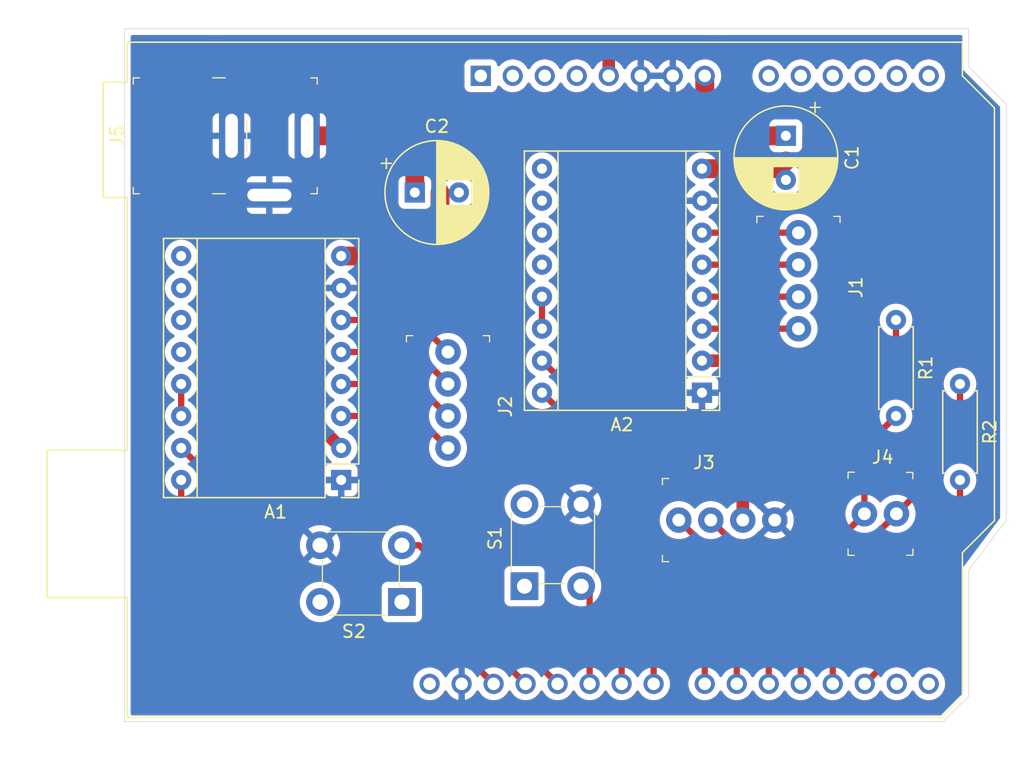
<source format=kicad_pcb>
(kicad_pcb (version 20240108) (generator "pcbnew") (generator_version "8.0")
  (title_block (title "FARESHARE") (date "2024-05-07") (rev "V 1.0") (company "Sussex University") (comment 1 "creativecommons.org/licenses/by/4.0/") (comment 2 "License: CC BY 4.0") (comment 3 "Author: Solomon Gitau"))
  (layers (0 "F.Cu" signal) (31 "B.Cu" signal) (34 "B.Paste" user) (35 "F.Paste" user) (36 "B.SilkS" user "B.Silkscreen") (37 "F.SilkS" user "F.Silkscreen") (38 "B.Mask" user) (39 "F.Mask" user) (44 "Edge.Cuts" user))
  (net 0 "")
  (net 1 "Net-(A1-~{RESET})")
  (net 2 "Net-(A1-2A)")
  (net 3 "GND")
  (net 4 "Net-(A1-2B)")
  (net 5 "+5V")
  (net 10 "D11")
  (net 11 "Net-(A1-1B)")
  (net 12 "Net-(A1-1A)")
  (net 13 "D10")
  (net 14 "Net-(A1-VMOT)")
  (net 15 "Net-(A2-1B)")
  (net 17 "Net-(A2-~{RESET})")
  (net 18 "Net-(A2-2A)")
  (net 19 "D9")
  (net 21 "Net-(A2-VMOT)")
  (net 22 "Net-(A2-1A)")
  (net 24 "Net-(A2-2B)")
  (net 26 "D8")
  (net 27 "+12V")
  (net 28 "D6")
  (net 29 "D7")
  (net 30 "D2")
  (net 31 "D4")
  (net 32 "D5")
  (net 33 "D3")
  (net 36 "D13")
  (net 39 "D12")
  (footprint "digikey-footprints:PinHeader_1x4_P2.54mm_Drill1.02mm" (layer "F.Cu") (at 134.5 64.195 -90)
    (property "Reference" "J1" (at 4.33 -4.56 90) (layer "F.SilkS"))
    (property "Value" "0022232041")
    (pad "1" thru_hole circle (at 0 0 270) (size 2.02 2.02) (drill 1.02) (layers "*.Cu" "*.Mask") (net 24 "Net-(A2-2B)"))
    (pad "2" thru_hole circle (at 2.54 0 270) (size 2.02 2.02) (drill 1.02) (layers "*.Cu" "*.Mask") (net 18 "Net-(A2-2A)"))
    (pad "3" thru_hole circle (at 5.08 0 270) (size 2.02 2.02) (drill 1.02) (layers "*.Cu" "*.Mask") (net 22 "Net-(A2-1A)"))
    (pad "4" thru_hole circle (at 7.62 0 270) (size 2.02 2.02) (drill 1.02) (layers "*.Cu" "*.Mask") (net 15 "Net-(A2-1B)"))
  )
  (footprint "Resistor_THT:R_Axial_DIN0207_L6.3mm_D2.5mm_P7.62mm_Horizontal" (layer "F.Cu") (at 142.24 71.12 -90)
    (property "Reference" "R1" (at 3.81 -2.37 90) (layer "F.SilkS"))
    (property "Value" "R")
    (pad "1" thru_hole circle (at 0 0 270) (size 1.6 1.6) (drill 0.8) (layers "*.Cu" "*.Mask") (net 32 "D5"))
    (pad "2" thru_hole oval (at 7.62 0 270) (size 1.6 1.6) (drill 0.8) (layers "*.Cu" "*.Mask") (net 31 "D4"))
  )
  (footprint "digikey-footprints:PinHeader_1x4_P2.54mm_Drill1.02mm" (layer "F.Cu") (at 106.68 73.66 -90)
    (property "Reference" "J2" (at 4.33 -4.56 90) (layer "F.SilkS"))
    (property "Value" "0022232041")
    (pad "1" thru_hole circle (at 0 0 270) (size 2.02 2.02) (drill 1.02) (layers "*.Cu" "*.Mask") (net 4 "Net-(A1-2B)"))
    (pad "2" thru_hole circle (at 2.54 0 270) (size 2.02 2.02) (drill 1.02) (layers "*.Cu" "*.Mask") (net 2 "Net-(A1-2A)"))
    (pad "3" thru_hole circle (at 5.08 0 270) (size 2.02 2.02) (drill 1.02) (layers "*.Cu" "*.Mask") (net 12 "Net-(A1-1A)"))
    (pad "4" thru_hole circle (at 7.62 0 270) (size 2.02 2.02) (drill 1.02) (layers "*.Cu" "*.Mask") (net 11 "Net-(A1-1B)"))
  )
  (footprint "Module:Pololu_Breakout-16_15.2x20.3mm" (layer "F.Cu") (at 98.2 83.82 180)
    (property "Reference" "A1" (at 5.2 -2.54 180) (layer "F.SilkS"))
    (property "Value" "Pololu_Breakout_A4988")
    (pad "1" thru_hole rect (at 0 0 180) (size 1.6 1.6) (drill 0.8) (layers "*.Cu" "*.Mask") (net 3 "GND"))
    (pad "2" thru_hole oval (at 0 2.54 180) (size 1.6 1.6) (drill 0.8) (layers "*.Cu" "*.Mask") (net 5 "+5V"))
    (pad "3" thru_hole oval (at 0 5.08 180) (size 1.6 1.6) (drill 0.8) (layers "*.Cu" "*.Mask") (net 11 "Net-(A1-1B)"))
    (pad "4" thru_hole oval (at 0 7.62 180) (size 1.6 1.6) (drill 0.8) (layers "*.Cu" "*.Mask") (net 12 "Net-(A1-1A)"))
    (pad "5" thru_hole oval (at 0 10.16 180) (size 1.6 1.6) (drill 0.8) (layers "*.Cu" "*.Mask") (net 2 "Net-(A1-2A)"))
    (pad "6" thru_hole oval (at 0 12.7 180) (size 1.6 1.6) (drill 0.8) (layers "*.Cu" "*.Mask") (net 4 "Net-(A1-2B)"))
    (pad "7" thru_hole oval (at 0 15.24 180) (size 1.6 1.6) (drill 0.8) (layers "*.Cu" "*.Mask") (net 3 "GND"))
    (pad "8" thru_hole oval (at 0 17.78 180) (size 1.6 1.6) (drill 0.8) (layers "*.Cu" "*.Mask") (net 14 "Net-(A1-VMOT)"))
    (pad "9" thru_hole oval (at 12.7 17.78 180) (size 1.6 1.6) (drill 0.8) (layers "*.Cu" "*.Mask"))
    (pad "10" thru_hole oval (at 12.7 15.24 180) (size 1.6 1.6) (drill 0.8) (layers "*.Cu" "*.Mask"))
    (pad "11" thru_hole oval (at 12.7 12.7 180) (size 1.6 1.6) (drill 0.8) (layers "*.Cu" "*.Mask"))
    (pad "12" thru_hole oval (at 12.7 10.16 180) (size 1.6 1.6) (drill 0.8) (layers "*.Cu" "*.Mask"))
    (pad "13" thru_hole oval (at 12.7 7.62 180) (size 1.6 1.6) (drill 0.8) (layers "*.Cu" "*.Mask") (net 1 "Net-(A1-~{RESET})"))
    (pad "14" thru_hole oval (at 12.7 5.08 180) (size 1.6 1.6) (drill 0.8) (layers "*.Cu" "*.Mask") (net 1 "Net-(A1-~{RESET})"))
    (pad "15" thru_hole oval (at 12.7 2.54 180) (size 1.6 1.6) (drill 0.8) (layers "*.Cu" "*.Mask") (net 39 "D12"))
    (pad "16" thru_hole oval (at 12.7 0 180) (size 1.6 1.6) (drill 0.8) (layers "*.Cu" "*.Mask") (net 36 "D13"))
  )
  (footprint "Resistor_THT:R_Axial_DIN0207_L6.3mm_D2.5mm_P7.62mm_Horizontal" (layer "F.Cu") (at 147.32 76.2 -90)
    (property "Reference" "R2" (at 3.81 -2.37 90) (layer "F.SilkS"))
    (property "Value" "R")
    (pad "1" thru_hole circle (at 0 0 270) (size 1.6 1.6) (drill 0.8) (layers "*.Cu" "*.Mask") (net 33 "D3"))
    (pad "2" thru_hole oval (at 7.62 0 270) (size 1.6 1.6) (drill 0.8) (layers "*.Cu" "*.Mask") (net 30 "D2"))
  )
  (footprint "Module:Pololu_Breakout-16_15.2x20.3mm" (layer "F.Cu") (at 126.84 76.89 180)
    (property "Reference" "A2" (at 6.35 -2.54 180) (layer "F.SilkS"))
    (property "Value" "Pololu_Breakout_A4988")
    (pad "1" thru_hole rect (at 0 0 180) (size 1.6 1.6) (drill 0.8) (layers "*.Cu" "*.Mask") (net 3 "GND"))
    (pad "2" thru_hole oval (at 0 2.54 180) (size 1.6 1.6) (drill 0.8) (layers "*.Cu" "*.Mask") (net 5 "+5V"))
    (pad "3" thru_hole oval (at 0 5.08 180) (size 1.6 1.6) (drill 0.8) (layers "*.Cu" "*.Mask") (net 15 "Net-(A2-1B)"))
    (pad "4" thru_hole oval (at 0 7.62 180) (size 1.6 1.6) (drill 0.8) (layers "*.Cu" "*.Mask") (net 22 "Net-(A2-1A)"))
    (pad "5" thru_hole oval (at 0 10.16 180) (size 1.6 1.6) (drill 0.8) (layers "*.Cu" "*.Mask") (net 18 "Net-(A2-2A)"))
    (pad "6" thru_hole oval (at 0 12.7 180) (size 1.6 1.6) (drill 0.8) (layers "*.Cu" "*.Mask") (net 24 "Net-(A2-2B)"))
    (pad "7" thru_hole oval (at 0 15.24 180) (size 1.6 1.6) (drill 0.8) (layers "*.Cu" "*.Mask") (net 3 "GND"))
    (pad "8" thru_hole oval (at 0 17.78 180) (size 1.6 1.6) (drill 0.8) (layers "*.Cu" "*.Mask") (net 21 "Net-(A2-VMOT)"))
    (pad "9" thru_hole oval (at 12.7 17.78 180) (size 1.6 1.6) (drill 0.8) (layers "*.Cu" "*.Mask"))
    (pad "10" thru_hole oval (at 12.7 15.24 180) (size 1.6 1.6) (drill 0.8) (layers "*.Cu" "*.Mask"))
    (pad "11" thru_hole oval (at 12.7 12.7 180) (size 1.6 1.6) (drill 0.8) (layers "*.Cu" "*.Mask"))
    (pad "12" thru_hole oval (at 12.7 10.16 180) (size 1.6 1.6) (drill 0.8) (layers "*.Cu" "*.Mask"))
    (pad "13" thru_hole oval (at 12.7 7.62 180) (size 1.6 1.6) (drill 0.8) (layers "*.Cu" "*.Mask") (net 17 "Net-(A2-~{RESET})"))
    (pad "14" thru_hole oval (at 12.7 5.08 180) (size 1.6 1.6) (drill 0.8) (layers "*.Cu" "*.Mask") (net 17 "Net-(A2-~{RESET})"))
    (pad "15" thru_hole oval (at 12.7 2.54 180) (size 1.6 1.6) (drill 0.8) (layers "*.Cu" "*.Mask") (net 26 "D8"))
    (pad "16" thru_hole oval (at 12.7 0 180) (size 1.6 1.6) (drill 0.8) (layers "*.Cu" "*.Mask") (net 19 "D9"))
  )
  (footprint "digikey-footprints:Switch_Tactile_THT_6x6mm" (layer "F.Cu") (at 103.02 93.5 180)
    (property "Reference" "S2" (at 3.81 -2.3368 180) (layer "F.SilkS"))
    (property "Value" "1825910-6")
    (pad "1" thru_hole rect (at 0 0 180) (size 2.2 2.2) (drill 1.2) (layers "*.Cu" "*.Mask"))
    (pad "2" thru_hole circle (at 6.5 0 180) (size 2.2 2.2) (drill 1.2) (layers "*.Cu" "*.Mask"))
    (pad "3" thru_hole circle (at 0 4.5 180) (size 2.2 2.2) (drill 1.2) (layers "*.Cu" "*.Mask") (net 10 "D11"))
    (pad "4" thru_hole circle (at 6.5 4.5 180) (size 2.2 2.2) (drill 1.2) (layers "*.Cu" "*.Mask") (net 3 "GND"))
  )
  (footprint "digikey-footprints:PinHeader_1x4_P2.54mm_Drill1.02mm" (layer "F.Cu") (at 125 87)
    (property "Reference" "J3" (at 2 -4.56 0) (layer "F.SilkS"))
    (property "Value" "0022232041")
    (pad "1" thru_hole circle (at 0 0) (size 2.02 2.02) (drill 1.02) (layers "*.Cu" "*.Mask") (net 29 "D7"))
    (pad "2" thru_hole circle (at 2.54 0) (size 2.02 2.02) (drill 1.02) (layers "*.Cu" "*.Mask") (net 28 "D6"))
    (pad "3" thru_hole circle (at 5.08 0) (size 2.02 2.02) (drill 1.02) (layers "*.Cu" "*.Mask") (net 5 "+5V"))
    (pad "4" thru_hole circle (at 7.62 0) (size 2.02 2.02) (drill 1.02) (layers "*.Cu" "*.Mask") (net 3 "GND"))
  )
  (footprint "digikey-footprints:Switch_Tactile_THT_6x6mm" (layer "F.Cu") (at 112.75 92.25 90)
    (property "Reference" "S1" (at 3.81 -2.3368 -90) (layer "F.SilkS"))
    (property "Value" "1825910-6")
    (pad "1" thru_hole rect (at 0 0 90) (size 2.2 2.2) (drill 1.2) (layers "*.Cu" "*.Mask"))
    (pad "2" thru_hole circle (at 6.5 0 90) (size 2.2 2.2) (drill 1.2) (layers "*.Cu" "*.Mask"))
    (pad "3" thru_hole circle (at 0 4.5 90) (size 2.2 2.2) (drill 1.2) (layers "*.Cu" "*.Mask") (net 13 "D10"))
    (pad "4" thru_hole circle (at 6.5 4.5 90) (size 2.2 2.2) (drill 1.2) (layers "*.Cu" "*.Mask") (net 3 "GND"))
  )
  (footprint "digikey-footprints:PinHeader_1x2_P2.54mm_Drill1.02mm" (layer "F.Cu") (at 139.735 86.5)
    (property "Reference" "J4" (at 1.45 -4.48 0) (layer "F.SilkS"))
    (property "Value" "22-23-2021")
    (pad "1" thru_hole circle (at 0 0) (size 2.02 2.02) (drill 1.02) (layers "*.Cu" "*.Mask") (net 31 "D4"))
    (pad "2" thru_hole circle (at 2.54 0) (size 2.02 2.02) (drill 1.02) (layers "*.Cu" "*.Mask") (net 33 "D3"))
  )
  (footprint "digikey-footprints:Barrel_Jack_5.5mmODx2.1mmID_PJ-202A" (layer "F.Cu") (at 92.5 56.5 90)
    (property "Reference" "J5" (at 0 -12.1 90) (layer "F.SilkS"))
    (property "Value" "PJ-102A")
    (pad "1" thru_hole rect (at 0 3 90) (size 4.5 2) (drill oval 3.5 1) (layers "*.Cu" "*.Mask") (net 27 "+12V"))
    (pad "2" thru_hole rect (at 0 -3 90) (size 4.5 2) (drill oval 3.5 1) (layers "*.Cu" "*.Mask") (net 3 "GND"))
    (pad "3" thru_hole rect (at -4.7 0 90) (size 2 4.5) (drill oval 1 3.5) (layers "*.Cu" "*.Mask") (net 3 "GND"))
  )
  (footprint "Capacitor_THT:CP_Radial_D8.0mm_P3.50mm" (layer "F.Cu") (at 104.044888 61)
    (property "Reference" "C2" (at 1.75 -5.25 0) (layer "F.SilkS"))
    (property "Value" "C_Polarized")
    (pad "1" thru_hole rect (at 0 0) (size 1.6 1.6) (drill 0.8) (layers "*.Cu" "*.Mask") (net 27 "+12V"))
    (pad "2" thru_hole circle (at 3.5 0) (size 1.6 1.6) (drill 0.8) (layers "*.Cu" "*.Mask") (net 14 "Net-(A1-VMOT)"))
  )
  (footprint "Module:Arduino_UNO_R2" (layer "F.Cu") (at 109.28 51.74)
    (property "Reference" "A3" (hide yes))
    (property "Value" "Arduino_UNO_R2")
    (pad "1" thru_hole rect (at 0 0 90) (size 1.6 1.6) (drill 1) (layers "*.Cu" "*.Mask"))
    (pad "2" thru_hole oval (at 2.54 0 90) (size 1.6 1.6) (drill 1) (layers "*.Cu" "*.Mask"))
    (pad "3" thru_hole oval (at 5.08 0 90) (size 1.6 1.6) (drill 1) (layers "*.Cu" "*.Mask"))
    (pad "4" thru_hole oval (at 7.62 0 90) (size 1.6 1.6) (drill 1) (layers "*.Cu" "*.Mask"))
    (pad "5" thru_hole oval (at 10.16 0 90) (size 1.6 1.6) (drill 1) (layers "*.Cu" "*.Mask") (net 5 "+5V"))
    (pad "6" thru_hole oval (at 12.7 0 90) (size 1.6 1.6) (drill 1) (layers "*.Cu" "*.Mask") (net 3 "GND"))
    (pad "7" thru_hole oval (at 15.24 0 90) (size 1.6 1.6) (drill 1) (layers "*.Cu" "*.Mask") (net 3 "GND"))
    (pad "8" thru_hole oval (at 17.78 0 90) (size 1.6 1.6) (drill 1) (layers "*.Cu" "*.Mask") (net 27 "+12V"))
    (pad "9" thru_hole oval (at 22.86 0 90) (size 1.6 1.6) (drill 1) (layers "*.Cu" "*.Mask"))
    (pad "10" thru_hole oval (at 25.4 0 90) (size 1.6 1.6) (drill 1) (layers "*.Cu" "*.Mask"))
    (pad "11" thru_hole oval (at 27.94 0 90) (size 1.6 1.6) (drill 1) (layers "*.Cu" "*.Mask"))
    (pad "12" thru_hole oval (at 30.48 0 90) (size 1.6 1.6) (drill 1) (layers "*.Cu" "*.Mask"))
    (pad "13" thru_hole oval (at 33.02 0 90) (size 1.6 1.6) (drill 1) (layers "*.Cu" "*.Mask"))
    (pad "14" thru_hole oval (at 35.56 0 90) (size 1.6 1.6) (drill 1) (layers "*.Cu" "*.Mask"))
    (pad "15" thru_hole oval (at 35.56 48.26 90) (size 1.6 1.6) (drill 1) (layers "*.Cu" "*.Mask"))
    (pad "16" thru_hole oval (at 33.02 48.26 90) (size 1.6 1.6) (drill 1) (layers "*.Cu" "*.Mask"))
    (pad "17" thru_hole oval (at 30.48 48.26 90) (size 1.6 1.6) (drill 1) (layers "*.Cu" "*.Mask") (net 30 "D2"))
    (pad "18" thru_hole oval (at 27.94 48.26 90) (size 1.6 1.6) (drill 1) (layers "*.Cu" "*.Mask") (net 33 "D3"))
    (pad "19" thru_hole oval (at 25.4 48.26 90) (size 1.6 1.6) (drill 1) (layers "*.Cu" "*.Mask") (net 31 "D4"))
    (pad "20" thru_hole oval (at 22.86 48.26 90) (size 1.6 1.6) (drill 1) (layers "*.Cu" "*.Mask") (net 32 "D5"))
    (pad "21" thru_hole oval (at 20.32 48.26 90) (size 1.6 1.6) (drill 1) (layers "*.Cu" "*.Mask") (net 28 "D6"))
    (pad "22" thru_hole oval (at 17.78 48.26 90) (size 1.6 1.6) (drill 1) (layers "*.Cu" "*.Mask") (net 29 "D7"))
    (pad "23" thru_hole oval (at 13.72 48.26 90) (size 1.6 1.6) (drill 1) (layers "*.Cu" "*.Mask") (net 26 "D8"))
    (pad "24" thru_hole oval (at 11.18 48.26 90) (size 1.6 1.6) (drill 1) (layers "*.Cu" "*.Mask") (net 19 "D9"))
    (pad "25" thru_hole oval (at 8.64 48.26 90) (size 1.6 1.6) (drill 1) (layers "*.Cu" "*.Mask") (net 13 "D10"))
    (pad "26" thru_hole oval (at 6.1 48.26 90) (size 1.6 1.6) (drill 1) (layers "*.Cu" "*.Mask") (net 10 "D11"))
    (pad "27" thru_hole oval (at 3.56 48.26 90) (size 1.6 1.6) (drill 1) (layers "*.Cu" "*.Mask") (net 39 "D12"))
    (pad "28" thru_hole oval (at 1.02 48.26 90) (size 1.6 1.6) (drill 1) (layers "*.Cu" "*.Mask") (net 36 "D13"))
    (pad "29" thru_hole oval (at -1.52 48.26 90) (size 1.6 1.6) (drill 1) (layers "*.Cu" "*.Mask") (net 3 "GND"))
    (pad "30" thru_hole oval (at -4.06 48.26 90) (size 1.6 1.6) (drill 1) (layers "*.Cu" "*.Mask"))
  )
  (footprint "Capacitor_THT:CP_Radial_D8.0mm_P3.50mm" (layer "F.Cu") (at 133.5 56.5 -90)
    (property "Reference" "C1" (at 1.75 -5.25 -90) (layer "F.SilkS"))
    (property "Value" "C_Polarized")
    (pad "1" thru_hole rect (at 0 0 270) (size 1.6 1.6) (drill 0.8) (layers "*.Cu" "*.Mask") (net 27 "+12V"))
    (pad "2" thru_hole circle (at 3.5 0 270) (size 1.6 1.6) (drill 0.8) (layers "*.Cu" "*.Mask") (net 21 "Net-(A2-VMOT)"))
  )
  (gr_line (start 151 87) (end 148 91) (stroke (width 0.05)) (layer "Edge.Cuts"))
  (gr_line (start 148 51) (end 151 54) (stroke (width 0.05)) (layer "Edge.Cuts"))
  (gr_line (start 151 54) (end 151 87) (stroke (width 0.05)) (layer "Edge.Cuts"))
  (gr_line (start 81 48) (end 81 103) (stroke (width 0.05)) (layer "Edge.Cuts"))
  (gr_line (start 148 101) (end 146 103) (stroke (width 0.05)) (layer "Edge.Cuts"))
  (gr_line (start 146 103) (end 81 103) (stroke (width 0.05)) (layer "Edge.Cuts"))
  (gr_line (start 148 51) (end 148 48) (stroke (width 0.05)) (layer "Edge.Cuts"))
  (gr_line (start 148 91) (end 148 101) (stroke (width 0.05)) (layer "Edge.Cuts"))
  (gr_line (start 148 48) (end 81 48) (stroke (width 0.05)) (layer "Edge.Cuts"))
  (segment (start 85.5 78.74) (end 85.5 76.2) (width 0.5) (layer "F.Cu") (net 1))
  (segment (start 104.14 73.66) (end 106.68 76.2) (width 0.5) (layer "F.Cu") (net 2))
  (segment (start 98.2 73.66) (end 104.14 73.66) (width 0.5) (layer "F.Cu") (net 2))
  (segment (start 104.14 71.12) (end 106.68 73.66) (width 0.5) (layer "F.Cu") (net 4))
  (segment (start 98.2 71.12) (end 104.14 71.12) (width 0.5) (layer "F.Cu") (net 4))
  (segment (start 94 77) (end 88 71) (width 1) (layer "F.Cu") (net 5))
  (segment (start 126.84 74.35) (end 130 74.35) (width 1) (layer "F.Cu") (net 5))
  (segment (start 87 51) (end 89 49) (width 1) (layer "F.Cu") (net 5))
  (segment (start 119 49) (end 127.278679 49) (width 1) (layer "F.Cu") (net 5))
  (segment (start 137 74) (end 137 57) (width 1) (layer "F.Cu") (net 5))
  (segment (start 129.185305 51.814695) (end 129.185305 50.906626) (width 1) (layer "F.Cu") (net 5))
  (segment (start 89 49) (end 119 49) (width 1) (layer "F.Cu") (net 5))
  (segment (start 94 77.08) (end 94 77) (width 1) (layer "F.Cu") (net 5))
  (segment (start 88 71) (end 88 61) (width 1) (layer "F.Cu") (net 5))
  (segment (start 137 57) (end 134 54) (width 1) (layer "F.Cu") (net 5))
  (segment (start 87 60) (end 87 51) (width 1) (layer "F.Cu") (net 5))
  (segment (start 119.44 51.74) (end 119.44 49.44) (width 1) (layer "F.Cu") (net 5))
  (segment (start 131.37061 54) (end 129.185305 51.814695) (width 1) (layer "F.Cu") (net 5))
  (segment (start 134 54) (end 131.37061 54) (width 1) (layer "F.Cu") (net 5))
  (segment (start 88 61) (end 87 60) (width 1) (layer "F.Cu") (net 5))
  (segment (start 119.44 49.44) (end 119 49) (width 1) (layer "F.Cu") (net 5))
  (segment (start 129.185305 50.906626) (end 127.278679 49) (width 1) (layer "F.Cu") (net 5))
  (segment (start 130 74.35) (end 136.65 74.35) (width 1) (layer "F.Cu") (net 5))
  (segment (start 98.2 81.28) (end 94 77.08) (width 1) (layer "F.Cu") (net 5))
  (segment (start 130.08 87) (end 130.08 74.43) (width 1) (layer "F.Cu") (net 5))
  (segment (start 130.08 74.43) (end 130 74.35) (width 1) (layer "F.Cu") (net 5))
  (segment (start 136.65 74.35) (end 137 74) (width 1) (layer "F.Cu") (net 5))
  (segment (start 127.3 74.35) (end 126.84 74.35) (width 1) (layer "B.Cu") (net 5))
  (segment (start 104.38 89) (end 115.38 100) (width 0.5) (layer "F.Cu") (net 10))
  (segment (start 103.02 89) (end 104.38 89) (width 0.5) (layer "F.Cu") (net 10))
  (segment (start 104.14 78.74) (end 106.68 81.28) (width 0.5) (layer "F.Cu") (net 11))
  (segment (start 98.2 78.74) (end 104.14 78.74) (width 0.5) (layer "F.Cu") (net 11))
  (segment (start 104.14 76.2) (end 106.68 78.74) (width 0.5) (layer "F.Cu") (net 12))
  (segment (start 98.2 76.2) (end 104.14 76.2) (width 0.5) (layer "F.Cu") (net 12))
  (segment (start 117.92 92.92) (end 117.25 92.25) (width 0.5) (layer "F.Cu") (net 13))
  (segment (start 117.92 100) (end 117.92 92.92) (width 0.5) (layer "F.Cu") (net 13))
  (segment (start 106.044888 62.5) (end 106.044888 61) (width 1.5) (layer "F.Cu") (net 14))
  (segment (start 98.2 66.04) (end 102.504888 66.04) (width 1.5) (layer "F.Cu") (net 14))
  (segment (start 102.504888 66.04) (end 106.044888 62.5) (width 1.5) (layer "F.Cu") (net 14))
  (segment (start 126.84 71.81) (end 134.495 71.81) (width 0.5) (layer "F.Cu") (net 15))
  (segment (start 134.495 71.81) (end 134.5 71.815) (width 0.5) (layer "F.Cu") (net 15))
  (segment (start 114.14 71.81) (end 114.14 69.27) (width 0.5) (layer "F.Cu") (net 17))
  (segment (start 134.495 66.73) (end 134.5 66.735) (width 0.5) (layer "F.Cu") (net 18))
  (segment (start 126.84 66.73) (end 134.495 66.73) (width 0.5) (layer "F.Cu") (net 18))
  (segment (start 120.46 83.21) (end 120.46 100) (width 0.5) (layer "F.Cu") (net 19))
  (segment (start 114.14 76.89) (end 120.46 83.21) (width 0.5) (layer "F.Cu") (net 19))
  (segment (start 126.84 59.11) (end 132.89 59.11) (width 1.5) (layer "F.Cu") (net 21))
  (segment (start 132.89 59.11) (end 133.5 58.5) (width 1.5) (layer "F.Cu") (net 21))
  (segment (start 134.495 69.27) (end 134.5 69.275) (width 0.5) (layer "F.Cu") (net 22))
  (segment (start 126.84 69.27) (end 134.495 69.27) (width 0.5) (layer "F.Cu") (net 22))
  (segment (start 126.84 64.19) (end 134.495 64.19) (width 0.5) (layer "F.Cu") (net 24))
  (segment (start 134.495 64.19) (end 134.5 64.195) (width 0.5) (layer "F.Cu") (net 24))
  (segment (start 123 83.21) (end 123 100) (width 0.5) (layer "F.Cu") (net 26))
  (segment (start 114.14 74.35) (end 123 83.21) (width 0.5) (layer "F.Cu") (net 26))
  (segment (start 127 56.5) (end 133.5 56.5) (width 1.5) (layer "F.Cu") (net 27))
  (segment (start 127.06 56.44) (end 127 56.5) (width 1.5) (layer "F.Cu") (net 27))
  (segment (start 127.06 51.74) (end 127.06 56.44) (width 1.5) (layer "F.Cu") (net 27))
  (segment (start 104 56.5) (end 127 56.5) (width 1.5) (layer "F.Cu") (net 27))
  (segment (start 104.044888 61) (end 104.044888 56.544888) (width 1.5) (layer "F.Cu") (net 27))
  (segment (start 104 56.5) (end 104.044888 56.544888) (width 1.5) (layer "F.Cu") (net 27))
  (segment (start 95.5 56.5) (end 104 56.5) (width 1.5) (layer "F.Cu") (net 27))
  (segment (start 127.54 87) (end 129.6 89.06) (width 0.5) (layer "F.Cu") (net 28))
  (segment (start 129.6 89.06) (end 129.6 100) (width 0.5) (layer "F.Cu") (net 28))
  (segment (start 127.06 89.06) (end 127.06 100) (width 0.5) (layer "F.Cu") (net 29))
  (segment (start 125 87) (end 127.06 89.06) (width 0.5) (layer "F.Cu") (net 29))
  (segment (start 147.32 86.36) (end 142.24 91.44) (width 0.5) (layer "F.Cu") (net 30))
  (segment (start 142.24 91.44) (end 142.24 97.52) (width 0.5) (layer "F.Cu") (net 30))
  (segment (start 147.32 83.82) (end 147.32 86.36) (width 0.5) (layer "F.Cu") (net 30))
  (segment (start 142.24 97.52) (end 139.76 100) (width 0.5) (layer "F.Cu") (net 30))
  (segment (start 139.735 83.735) (end 139.735 86.5) (width 0.5) (layer "F.Cu") (net 31))
  (segment (start 134.68 91.555) (end 134.68 100) (width 0.5) (layer "F.Cu") (net 31))
  (segment (start 139 81.98) (end 139 83) (width 0.5) (layer "F.Cu") (net 31))
  (segment (start 139.735 86.5) (end 134.68 91.555) (width 0.5) (layer "F.Cu") (net 31))
  (segment (start 142.24 78.74) (end 139 81.98) (width 0.5) (layer "F.Cu") (net 31))
  (segment (start 139 83) (end 139.735 83.735) (width 0.5) (layer "F.Cu") (net 31))
  (segment (start 137.16 86.36) (end 137.16 81.28) (width 0.5) (layer "F.Cu") (net 32))
  (segment (start 142.24 76.2) (end 142.24 71.12) (width 0.5) (layer "F.Cu") (net 32))
  (segment (start 132.14 100) (end 132.14 91.38) (width 0.5) (layer "F.Cu") (net 32))
  (segment (start 137.16 81.28) (end 142.24 76.2) (width 0.5) (layer "F.Cu") (net 32))
  (segment (start 132.14 91.38) (end 137.16 86.36) (width 0.5) (layer "F.Cu") (net 32))
  (segment (start 142.275 86.5) (end 137.22 91.555) (width 0.5) (layer "F.Cu") (net 33))
  (segment (start 147.32 76.2) (end 147.32 81.455) (width 0.5) (layer "F.Cu") (net 33))
  (segment (start 137.22 91.555) (end 137.22 100) (width 0.5) (layer "F.Cu") (net 33))
  (segment (start 142.275 86.5) (end 142.24 86.465) (width 0.5) (layer "F.Cu") (net 33))
  (segment (start 142.24 86.465) (end 142.24 86.36) (width 0.5) (layer "F.Cu") (net 33))
  (segment (start 147.32 81.455) (end 142.275 86.5) (width 0.5) (layer "F.Cu") (net 33))
  (segment (start 106.82 96.52) (end 110.3 100) (width 0.5) (layer "F.Cu") (net 36))
  (segment (start 85.5 83.82) (end 85.5 90.58) (width 0.5) (layer "F.Cu") (net 36))
  (segment (start 91.44 96.52) (end 106.82 96.52) (width 0.5) (layer "F.Cu") (net 36))
  (segment (start 85.5 90.58) (end 91.44 96.52) (width 0.5) (layer "F.Cu") (net 36))
  (segment (start 91.44 87.22) (end 85.5 81.28) (width 0.5) (layer "F.Cu") (net 39))
  (segment (start 112.84 100) (end 104.28 91.44) (width 0.5) (layer "F.Cu") (net 39))
  (segment (start 91.44 91.44) (end 91.44 87.22) (width 0.5) (layer "F.Cu") (net 39))
  (segment (start 104.28 91.44) (end 91.44 91.44) (width 0.5) (layer "F.Cu") (net 39))
  (zone (net 3) (net_name "GND") (layer "F.Cu") (connect_pads (clearance 0.5)) (min_thickness 0.25) (fill yes (thermal_gap 0.5) (thermal_bridge_width 0.5))
    (polygon (pts (xy 71.12 45.72) (xy 152.4 45.72) (xy 152.4 106.68) (xy 71.12 106.68)))
  )
  (zone (net 3) (net_name "GND") (layer "B.Cu") (priority 1) (connect_pads (clearance 0.5)) (min_thickness 0.25) (fill yes (thermal_gap 0.5) (thermal_bridge_width 0.5))
    (polygon (pts (xy 71.12 45.72) (xy 152.4 45.72) (xy 152.4 106.68) (xy 71.12 106.68)))
  )
)
</source>
